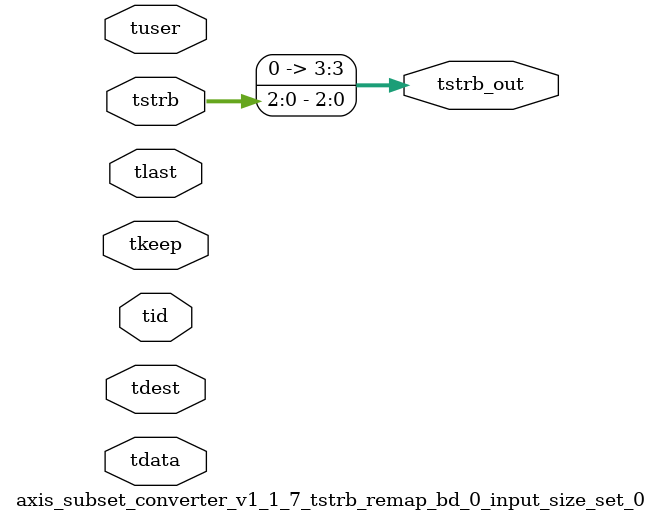
<source format=v>


`timescale 1ps/1ps

module axis_subset_converter_v1_1_7_tstrb_remap_bd_0_input_size_set_0 #
(
parameter C_S_AXIS_TDATA_WIDTH = 32,
parameter C_S_AXIS_TUSER_WIDTH = 0,
parameter C_S_AXIS_TID_WIDTH   = 0,
parameter C_S_AXIS_TDEST_WIDTH = 0,
parameter C_M_AXIS_TDATA_WIDTH = 32
)
(
input  [(C_S_AXIS_TDATA_WIDTH == 0 ? 1 : C_S_AXIS_TDATA_WIDTH)-1:0     ] tdata,
input  [(C_S_AXIS_TUSER_WIDTH == 0 ? 1 : C_S_AXIS_TUSER_WIDTH)-1:0     ] tuser,
input  [(C_S_AXIS_TID_WIDTH   == 0 ? 1 : C_S_AXIS_TID_WIDTH)-1:0       ] tid,
input  [(C_S_AXIS_TDEST_WIDTH == 0 ? 1 : C_S_AXIS_TDEST_WIDTH)-1:0     ] tdest,
input  [(C_S_AXIS_TDATA_WIDTH/8)-1:0 ] tkeep,
input  [(C_S_AXIS_TDATA_WIDTH/8)-1:0 ] tstrb,
input                                                                    tlast,
output [(C_M_AXIS_TDATA_WIDTH/8)-1:0 ] tstrb_out
);

assign tstrb_out = {tstrb[2:0]};

endmodule


</source>
